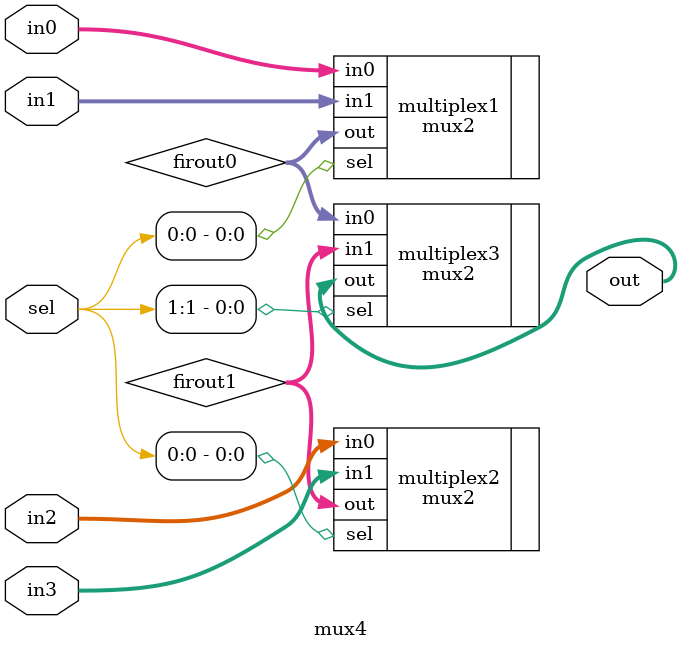
<source format=v>
module mux4(input wire [7:0]in0,
				input wire [7:0]in1,
				input wire [7:0]in2,
				input wire [7:0]in3,
				input wire [1:0] sel,
				output wire [7:0]out
				);
wire [7:0]firout0;
wire [7:0]firout1;
mux2 multiplex1 (	.in0(in0),
						.in1(in1),
						.sel(sel[0]),
						.out(firout0)
						);
mux2 multiplex2 (	.in0(in2),
						.in1(in3),
						.sel(sel[0]),
						.out(firout1)
						);
mux2 multiplex3 (.in0(firout0),
						.in1(firout1),
						.sel(sel[1]),
						.out(out)
						);
endmodule 
</source>
